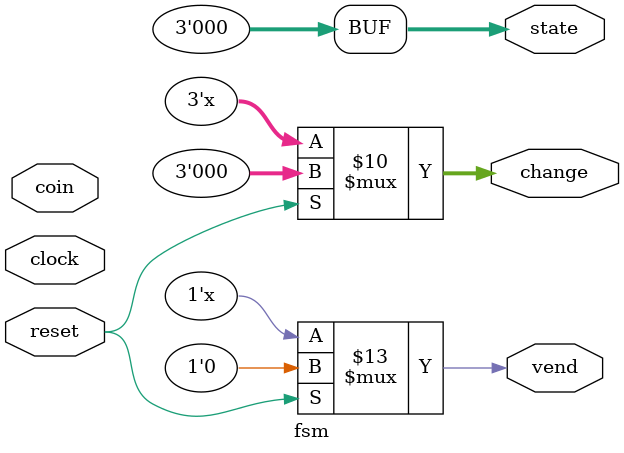
<source format=v>
module fsm(clock,reset,coin,vend,state,change);
  //these are the inputs and the outputs.
input clock;
input reset;
input [2:0]coin;
output vend;
output [2:0]state;
output [2:0]change;
//\\i need to define the registers as change,coin and vend
reg vend;
reg [2:0]change;
wire [2:0]coin;
//\\my coins are declared as parameters to make reading better.

parameter [2:0]NICKEL=3'b001;
parameter [2:0]DIME=3'b010;
parameter [2:0]NICKEL_DIME=3'b011;
parameter [2:0]DIME_DIME=3'b100;
parameter [2:0]QUARTER=3'b101;
//\\MY STATES ARE ALSO PARAMETERS . I DONT WANT TO MAKE YOU READ
//\\IN MACHINE LANGUAGE
parameter [2:0]IDLE=3'b000;
parameter [2:0]FIVE=3'b001;
parameter [2:0]TEN=3'b010;
parameter [2:0]FIFTEEN=3'b011;
parameter [2:0]TWENTY=3'b100;
parameter [2:0]TWENTYFIVE=3'b101;
//\\AS ALWAYS THE STATES ARE DEFINED AS REG
reg [2:0]state,next_state;
//\\MY MACHINE WORKS ON STATE AND COIN
always @(state or coin)
begin
next_state=0; //\\VERYFIRST NEXT STATE IS GIVEN ZERO
case(state)
IDLE: case(coin) //\\THIS IS THE IDLE STATE
NICKEL: next_state=FIVE;
DIME: next_state=TEN;
QUARTER: next_state=TWENTYFIVE;
default: next_state=IDLE;
endcase
FIVE: case(coin) // \\THIS IS THE SECOND STATE
NICKEL: next_state=TEN;
DIME: next_state=FIFTEEN;
QUARTER: next_state=TWENTYFIVE; //change=NICKEL
default: next_state=FIVE;
endcase
TEN: case(coin) //\\THIS IS THE THIRD STATE
NICKEL: next_state=FIFTEEN;
DIME: next_state=TWENTY;
QUARTER: next_state=TWENTYFIVE; //change=DIME
default: next_state=TEN;
endcase
FIFTEEN: case(coin) //\\THIS IS THE FOURTH STATE
NICKEL: next_state=TWENTY;
DIME: next_state=TWENTYFIVE;
QUARTER: next_state=TWENTYFIVE; //change==NICKEL_DIME
default: next_state=FIFTEEN;
endcase
TWENTY: case(coin) //\\THIS IS THE FIFTH STATE
NICKEL: next_state=TWENTYFIVE;
DIME: next_state=TWENTYFIVE; //change=NICKEL
QUARTER: next_state=TWENTYFIVE; //change==DIME_DIME

default: next_state=TWENTY;
endcase
  
TWENTYFIVE: next_state=IDLE; //\\THE NEXT STATE HERE IS THE RESET
default : next_state=IDLE;
endcase
end
  
always @(clock)
begin //WHENEVER I GIVE A RESET I HAVE TO MAKE THE STATE TO IDLE AND VEND TO 1
if(reset) begin
state <= IDLE;
vend <= 1'b0;
change <= 3'b000;
end //THE CHANGE ALSO HAS TO BECOME NONE
else state <= next_state;
case (state) //HERE WE DECIDE THE NEXT STATE
//ALL THE STATES ARE DEFINED HERE AND THE OUTPUT IS ALSO GIVEN
IDLE: begin vend <= 1'b0; 
change <=3'd0; 
end
FIVE: begin vend <= 1'b0; 
if (coin==QUARTER) change <=NICKEL;
else change <=3'd0;
end 
  
TEN: begin vend <= 1'b0;
if (coin==QUARTER) 
change <=DIME;
else change <= 3'd0;
end 
  
FIFTEEN : begin vend <= 1'b0; 
if (coin==QUARTER) 
change <=NICKEL_DIME; 
else change<=3'd0; 
end 
  
TWENTY : begin vend <= 1'b0; 
if (coin==DIME) change<=NICKEL; 
else if (coin==QUARTER)  
change <=DIME_DIME; 
else change <= 3'd0; 
end 
  
TWENTYFIVE : begin 
vend <= 1'b1; 
change <=3'd0; 
end default: state <= IDLE; 
endcase 
end 
endmodule

</source>
